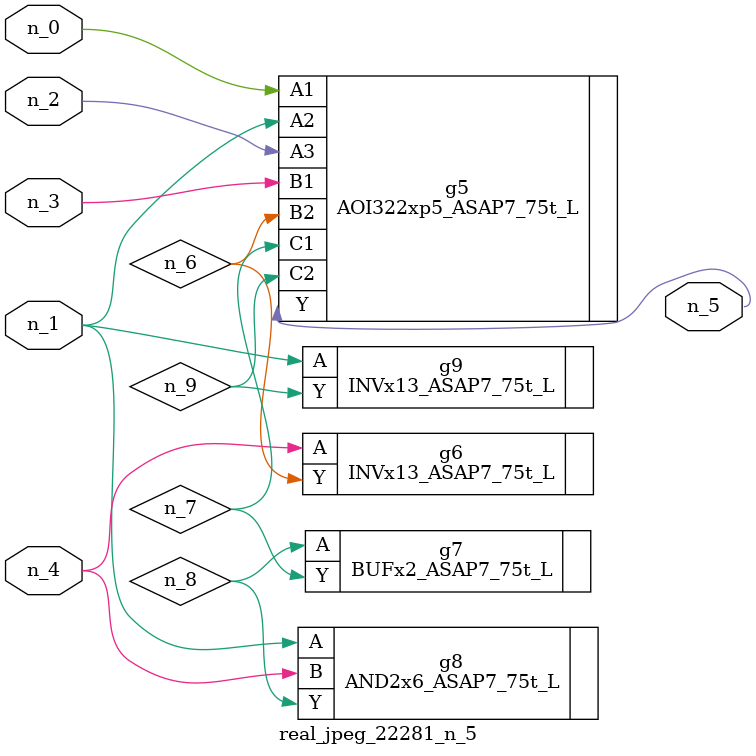
<source format=v>
module real_jpeg_22281_n_5 (n_4, n_0, n_1, n_2, n_3, n_5);

input n_4;
input n_0;
input n_1;
input n_2;
input n_3;

output n_5;

wire n_8;
wire n_6;
wire n_7;
wire n_9;

AOI322xp5_ASAP7_75t_L g5 ( 
.A1(n_0),
.A2(n_1),
.A3(n_2),
.B1(n_3),
.B2(n_6),
.C1(n_7),
.C2(n_9),
.Y(n_5)
);

AND2x6_ASAP7_75t_L g8 ( 
.A(n_1),
.B(n_4),
.Y(n_8)
);

INVx13_ASAP7_75t_L g9 ( 
.A(n_1),
.Y(n_9)
);

INVx13_ASAP7_75t_L g6 ( 
.A(n_4),
.Y(n_6)
);

BUFx2_ASAP7_75t_L g7 ( 
.A(n_8),
.Y(n_7)
);


endmodule
</source>
